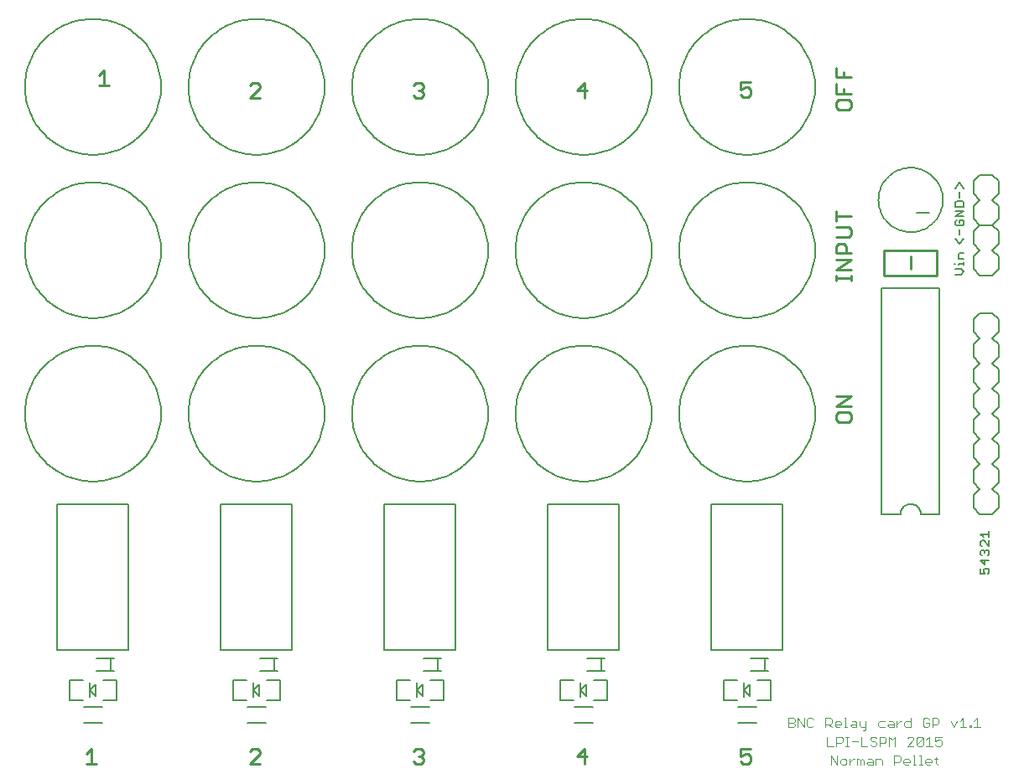
<source format=gto>
G75*
G70*
%OFA0B0*%
%FSLAX24Y24*%
%IPPOS*%
%LPD*%
%AMOC8*
5,1,8,0,0,1.08239X$1,22.5*
%
%ADD10C,0.0110*%
%ADD11C,0.0060*%
%ADD12C,0.0030*%
%ADD13C,0.0080*%
%ADD14C,0.0100*%
%ADD15C,0.0050*%
D10*
X003533Y018855D02*
X003926Y018855D01*
X003730Y018855D02*
X003730Y019446D01*
X003533Y019249D01*
X010033Y019347D02*
X010131Y019446D01*
X010328Y019446D01*
X010426Y019347D01*
X010426Y019249D01*
X010033Y018855D01*
X010426Y018855D01*
X016533Y018953D02*
X016631Y018855D01*
X016828Y018855D01*
X016926Y018953D01*
X016926Y019052D01*
X016828Y019150D01*
X016730Y019150D01*
X016828Y019150D02*
X016926Y019249D01*
X016926Y019347D01*
X016828Y019446D01*
X016631Y019446D01*
X016533Y019347D01*
X023033Y019150D02*
X023426Y019150D01*
X023328Y018855D02*
X023328Y019446D01*
X023033Y019150D01*
X029533Y019150D02*
X029730Y019249D01*
X029828Y019249D01*
X029926Y019150D01*
X029926Y018953D01*
X029828Y018855D01*
X029631Y018855D01*
X029533Y018953D01*
X029533Y019150D02*
X029533Y019446D01*
X029926Y019446D01*
X033453Y032460D02*
X033847Y032460D01*
X033945Y032559D01*
X033945Y032756D01*
X033847Y032854D01*
X033453Y032854D01*
X033354Y032756D01*
X033354Y032559D01*
X033453Y032460D01*
X033354Y033105D02*
X033945Y033499D01*
X033354Y033499D01*
X033354Y033105D02*
X033945Y033105D01*
X033945Y038101D02*
X033945Y038298D01*
X033945Y038199D02*
X033354Y038199D01*
X033354Y038101D02*
X033354Y038298D01*
X033354Y038531D02*
X033945Y038924D01*
X033354Y038924D01*
X033354Y039175D02*
X033354Y039471D01*
X033453Y039569D01*
X033650Y039569D01*
X033748Y039471D01*
X033748Y039175D01*
X033945Y039175D02*
X033354Y039175D01*
X033354Y038531D02*
X033945Y038531D01*
X033847Y039820D02*
X033354Y039820D01*
X033354Y040214D02*
X033847Y040214D01*
X033945Y040115D01*
X033945Y039918D01*
X033847Y039820D01*
X033354Y040464D02*
X033354Y040858D01*
X033354Y040661D02*
X033945Y040661D01*
X033847Y044888D02*
X033453Y044888D01*
X033354Y044987D01*
X033354Y045183D01*
X033453Y045282D01*
X033847Y045282D01*
X033945Y045183D01*
X033945Y044987D01*
X033847Y044888D01*
X033945Y045533D02*
X033354Y045533D01*
X033354Y045926D01*
X033354Y046177D02*
X033354Y046571D01*
X033650Y046374D02*
X033650Y046177D01*
X033945Y046177D02*
X033354Y046177D01*
X033650Y045730D02*
X033650Y045533D01*
X029926Y045503D02*
X029828Y045405D01*
X029631Y045405D01*
X029533Y045503D01*
X029533Y045700D02*
X029730Y045799D01*
X029828Y045799D01*
X029926Y045700D01*
X029926Y045503D01*
X029533Y045700D02*
X029533Y045996D01*
X029926Y045996D01*
X023426Y045650D02*
X023033Y045650D01*
X023328Y045946D01*
X023328Y045355D01*
X016926Y045453D02*
X016828Y045355D01*
X016631Y045355D01*
X016533Y045453D01*
X016730Y045650D02*
X016828Y045650D01*
X016926Y045552D01*
X016926Y045453D01*
X016828Y045650D02*
X016926Y045749D01*
X016926Y045847D01*
X016828Y045946D01*
X016631Y045946D01*
X016533Y045847D01*
X010426Y045847D02*
X010328Y045946D01*
X010131Y045946D01*
X010033Y045847D01*
X010426Y045847D02*
X010426Y045749D01*
X010033Y045355D01*
X010426Y045355D01*
X004426Y045855D02*
X004033Y045855D01*
X004230Y045855D02*
X004230Y046446D01*
X004033Y046249D01*
D11*
X004159Y021115D02*
X003450Y021115D01*
X003450Y020485D02*
X004159Y020485D01*
X009950Y020485D02*
X010659Y020485D01*
X010659Y021115D02*
X009950Y021115D01*
X016450Y021115D02*
X017159Y021115D01*
X017159Y020485D02*
X016450Y020485D01*
X022950Y020485D02*
X023659Y020485D01*
X023659Y021115D02*
X022950Y021115D01*
X029450Y021115D02*
X030159Y021115D01*
X030159Y020485D02*
X029450Y020485D01*
X035150Y028800D02*
X035900Y028800D01*
X035902Y028839D01*
X035908Y028878D01*
X035917Y028916D01*
X035930Y028953D01*
X035947Y028989D01*
X035967Y029022D01*
X035991Y029054D01*
X036017Y029083D01*
X036046Y029109D01*
X036078Y029133D01*
X036111Y029153D01*
X036147Y029170D01*
X036184Y029183D01*
X036222Y029192D01*
X036261Y029198D01*
X036300Y029200D01*
X036339Y029198D01*
X036378Y029192D01*
X036416Y029183D01*
X036453Y029170D01*
X036489Y029153D01*
X036522Y029133D01*
X036554Y029109D01*
X036583Y029083D01*
X036609Y029054D01*
X036633Y029022D01*
X036653Y028989D01*
X036670Y028953D01*
X036683Y028916D01*
X036692Y028878D01*
X036698Y028839D01*
X036700Y028800D01*
X037450Y028800D01*
X037450Y037800D01*
X035150Y037800D01*
X035150Y028800D01*
X039080Y027996D02*
X039193Y027882D01*
X039193Y027741D02*
X039136Y027741D01*
X039080Y027684D01*
X039080Y027571D01*
X039136Y027514D01*
X039136Y027373D02*
X039193Y027373D01*
X039250Y027316D01*
X039307Y027373D01*
X039363Y027373D01*
X039420Y027316D01*
X039420Y027203D01*
X039363Y027146D01*
X039250Y027259D02*
X039250Y027316D01*
X039136Y027373D02*
X039080Y027316D01*
X039080Y027203D01*
X039136Y027146D01*
X039250Y027004D02*
X039250Y026778D01*
X039080Y026948D01*
X039420Y026948D01*
X039363Y026636D02*
X039420Y026579D01*
X039420Y026466D01*
X039363Y026409D01*
X039250Y026409D02*
X039193Y026523D01*
X039193Y026579D01*
X039250Y026636D01*
X039363Y026636D01*
X039250Y026409D02*
X039080Y026409D01*
X039080Y026636D01*
X039420Y027514D02*
X039193Y027741D01*
X039420Y027741D02*
X039420Y027514D01*
X039420Y027882D02*
X039420Y028109D01*
X039420Y027996D02*
X039080Y027996D01*
X038307Y038339D02*
X038080Y038339D01*
X038307Y038339D02*
X038420Y038452D01*
X038307Y038566D01*
X038080Y038566D01*
X038193Y038707D02*
X038193Y038764D01*
X038420Y038764D01*
X038420Y038707D02*
X038420Y038821D01*
X038420Y038953D02*
X038193Y038953D01*
X038193Y039123D01*
X038250Y039180D01*
X038420Y039180D01*
X038250Y039541D02*
X038420Y039768D01*
X038250Y039909D02*
X038250Y040136D01*
X038363Y040278D02*
X038136Y040278D01*
X038080Y040334D01*
X038080Y040448D01*
X038136Y040504D01*
X038250Y040504D02*
X038250Y040391D01*
X038250Y040504D02*
X038363Y040504D01*
X038420Y040448D01*
X038420Y040334D01*
X038363Y040278D01*
X038420Y040646D02*
X038080Y040646D01*
X038420Y040873D01*
X038080Y040873D01*
X038080Y041014D02*
X038080Y041184D01*
X038136Y041241D01*
X038363Y041241D01*
X038420Y041184D01*
X038420Y041014D01*
X038080Y041014D01*
X038250Y041382D02*
X038250Y041609D01*
X038420Y041751D02*
X038250Y041978D01*
X038080Y041751D01*
X038080Y039768D02*
X038250Y039541D01*
X038080Y038764D02*
X038023Y038764D01*
D12*
X038385Y020685D02*
X038385Y020315D01*
X038262Y020315D02*
X038508Y020315D01*
X038630Y020315D02*
X038692Y020315D01*
X038692Y020377D01*
X038630Y020377D01*
X038630Y020315D01*
X038814Y020315D02*
X039061Y020315D01*
X038937Y020315D02*
X038937Y020685D01*
X038814Y020562D01*
X038385Y020685D02*
X038262Y020562D01*
X038140Y020562D02*
X038017Y020315D01*
X037893Y020562D01*
X037403Y020624D02*
X037403Y020500D01*
X037342Y020438D01*
X037157Y020438D01*
X037157Y020315D02*
X037157Y020685D01*
X037342Y020685D01*
X037403Y020624D01*
X037035Y020624D02*
X036973Y020685D01*
X036850Y020685D01*
X036788Y020624D01*
X036788Y020377D01*
X036850Y020315D01*
X036973Y020315D01*
X037035Y020377D01*
X037035Y020500D01*
X036912Y020500D01*
X037034Y019935D02*
X036911Y019812D01*
X036790Y019874D02*
X036543Y019627D01*
X036604Y019565D01*
X036728Y019565D01*
X036790Y019627D01*
X036790Y019874D01*
X036728Y019935D01*
X036604Y019935D01*
X036543Y019874D01*
X036543Y019627D01*
X036421Y019565D02*
X036174Y019565D01*
X036421Y019812D01*
X036421Y019874D01*
X036360Y019935D01*
X036236Y019935D01*
X036174Y019874D01*
X036113Y020315D02*
X036052Y020377D01*
X036052Y020500D01*
X036113Y020562D01*
X036299Y020562D01*
X036299Y020685D02*
X036299Y020315D01*
X036113Y020315D01*
X035930Y020562D02*
X035868Y020562D01*
X035745Y020438D01*
X035623Y020438D02*
X035438Y020438D01*
X035376Y020377D01*
X035438Y020315D01*
X035623Y020315D01*
X035623Y020500D01*
X035562Y020562D01*
X035438Y020562D01*
X035255Y020562D02*
X035070Y020562D01*
X035008Y020500D01*
X035008Y020377D01*
X035070Y020315D01*
X035255Y020315D01*
X035255Y019935D02*
X035316Y019874D01*
X035316Y019750D01*
X035255Y019688D01*
X035069Y019688D01*
X034948Y019688D02*
X034948Y019627D01*
X034886Y019565D01*
X034763Y019565D01*
X034701Y019627D01*
X034580Y019565D02*
X034333Y019565D01*
X034333Y019935D01*
X034211Y019750D02*
X033965Y019750D01*
X033842Y019565D02*
X033719Y019565D01*
X033781Y019565D02*
X033781Y019935D01*
X033842Y019935D02*
X033719Y019935D01*
X033598Y019874D02*
X033598Y019750D01*
X033536Y019688D01*
X033351Y019688D01*
X033351Y019565D02*
X033351Y019935D01*
X033536Y019935D01*
X033598Y019874D01*
X033658Y020315D02*
X033781Y020315D01*
X033719Y020315D02*
X033719Y020685D01*
X033658Y020685D01*
X033474Y020562D02*
X033536Y020500D01*
X033536Y020438D01*
X033289Y020438D01*
X033289Y020377D02*
X033289Y020500D01*
X033351Y020562D01*
X033474Y020562D01*
X033474Y020315D02*
X033351Y020315D01*
X033289Y020377D01*
X033168Y020315D02*
X033044Y020438D01*
X033106Y020438D02*
X032921Y020438D01*
X032921Y020315D02*
X032921Y020685D01*
X033106Y020685D01*
X033168Y020624D01*
X033168Y020500D01*
X033106Y020438D01*
X032982Y019935D02*
X032982Y019565D01*
X033229Y019565D01*
X033136Y019185D02*
X033383Y018815D01*
X033383Y019185D01*
X033566Y019062D02*
X033504Y019000D01*
X033504Y018877D01*
X033566Y018815D01*
X033689Y018815D01*
X033751Y018877D01*
X033751Y019000D01*
X033689Y019062D01*
X033566Y019062D01*
X033872Y019062D02*
X033872Y018815D01*
X033872Y018938D02*
X033996Y019062D01*
X034058Y019062D01*
X034179Y019062D02*
X034241Y019062D01*
X034303Y019000D01*
X034365Y019062D01*
X034426Y019000D01*
X034426Y018815D01*
X034303Y018815D02*
X034303Y019000D01*
X034179Y019062D02*
X034179Y018815D01*
X034548Y018877D02*
X034609Y018938D01*
X034795Y018938D01*
X034795Y019000D02*
X034795Y018815D01*
X034609Y018815D01*
X034548Y018877D01*
X034609Y019062D02*
X034733Y019062D01*
X034795Y019000D01*
X034916Y019062D02*
X035101Y019062D01*
X035163Y019000D01*
X035163Y018815D01*
X034916Y018815D02*
X034916Y019062D01*
X035069Y019565D02*
X035069Y019935D01*
X035255Y019935D01*
X035438Y019935D02*
X035438Y019565D01*
X035685Y019565D02*
X035685Y019935D01*
X035561Y019812D01*
X035438Y019935D01*
X035745Y020315D02*
X035745Y020562D01*
X034948Y019874D02*
X034886Y019935D01*
X034763Y019935D01*
X034701Y019874D01*
X034701Y019812D01*
X034763Y019750D01*
X034886Y019750D01*
X034948Y019688D01*
X035653Y019185D02*
X035838Y019185D01*
X035899Y019124D01*
X035899Y019000D01*
X035838Y018938D01*
X035653Y018938D01*
X035653Y018815D02*
X035653Y019185D01*
X036021Y019000D02*
X036083Y019062D01*
X036206Y019062D01*
X036268Y019000D01*
X036268Y018938D01*
X036021Y018938D01*
X036021Y018877D02*
X036021Y019000D01*
X036021Y018877D02*
X036083Y018815D01*
X036206Y018815D01*
X036389Y018815D02*
X036513Y018815D01*
X036451Y018815D02*
X036451Y019185D01*
X036389Y019185D01*
X036635Y019185D02*
X036697Y019185D01*
X036697Y018815D01*
X036758Y018815D02*
X036635Y018815D01*
X036880Y018877D02*
X036880Y019000D01*
X036942Y019062D01*
X037065Y019062D01*
X037127Y019000D01*
X037127Y018938D01*
X036880Y018938D01*
X036880Y018877D02*
X036942Y018815D01*
X037065Y018815D01*
X037310Y018877D02*
X037372Y018815D01*
X037310Y018877D02*
X037310Y019124D01*
X037249Y019062D02*
X037372Y019062D01*
X037341Y019565D02*
X037279Y019627D01*
X037341Y019565D02*
X037464Y019565D01*
X037526Y019627D01*
X037526Y019750D01*
X037464Y019812D01*
X037403Y019812D01*
X037279Y019750D01*
X037279Y019935D01*
X037526Y019935D01*
X037034Y019935D02*
X037034Y019565D01*
X036911Y019565D02*
X037158Y019565D01*
X034518Y020253D02*
X034457Y020192D01*
X034395Y020192D01*
X034333Y020315D02*
X034518Y020315D01*
X034518Y020253D02*
X034518Y020562D01*
X034271Y020562D02*
X034271Y020377D01*
X034333Y020315D01*
X034150Y020315D02*
X033965Y020315D01*
X033903Y020377D01*
X033965Y020438D01*
X034150Y020438D01*
X034150Y020500D02*
X034150Y020315D01*
X034150Y020500D02*
X034088Y020562D01*
X033965Y020562D01*
X033136Y019185D02*
X033136Y018815D01*
X032369Y020315D02*
X032431Y020377D01*
X032369Y020315D02*
X032246Y020315D01*
X032184Y020377D01*
X032184Y020624D01*
X032246Y020685D01*
X032369Y020685D01*
X032431Y020624D01*
X032063Y020685D02*
X032063Y020315D01*
X031816Y020685D01*
X031816Y020315D01*
X031695Y020377D02*
X031633Y020315D01*
X031448Y020315D01*
X031448Y020685D01*
X031633Y020685D01*
X031695Y020624D01*
X031695Y020562D01*
X031633Y020500D01*
X031448Y020500D01*
X031633Y020500D02*
X031695Y020438D01*
X031695Y020377D01*
D13*
X030745Y021406D02*
X030745Y022194D01*
X030194Y022194D01*
X029918Y022036D02*
X029682Y021800D01*
X029918Y021564D01*
X029918Y022036D01*
X029682Y022076D02*
X029682Y021800D01*
X029682Y021524D01*
X029406Y021406D02*
X028855Y021406D01*
X028855Y022194D01*
X029406Y022194D01*
X029946Y022544D02*
X030497Y022544D01*
X030497Y023056D01*
X029946Y023056D01*
X030497Y023056D02*
X030654Y023056D01*
X030654Y022544D02*
X030497Y022544D01*
X031217Y023398D02*
X028383Y023398D01*
X028383Y029186D01*
X031217Y029186D01*
X031217Y023398D01*
X030745Y021406D02*
X030194Y021406D01*
X024717Y023398D02*
X021883Y023398D01*
X021883Y029186D01*
X024717Y029186D01*
X024717Y023398D01*
X024154Y023056D02*
X023997Y023056D01*
X023997Y022544D01*
X023446Y022544D01*
X023694Y022194D02*
X024245Y022194D01*
X024245Y021406D01*
X023694Y021406D01*
X023418Y021564D02*
X023418Y022036D01*
X023182Y021800D01*
X023418Y021564D01*
X023182Y021524D02*
X023182Y021800D01*
X023182Y022076D01*
X022906Y022194D02*
X022355Y022194D01*
X022355Y021406D01*
X022906Y021406D01*
X023997Y022544D02*
X024154Y022544D01*
X023997Y023056D02*
X023446Y023056D01*
X018217Y023398D02*
X018217Y029186D01*
X015383Y029186D01*
X015383Y023398D01*
X018217Y023398D01*
X017654Y023056D02*
X017497Y023056D01*
X017497Y022544D01*
X016946Y022544D01*
X017194Y022194D02*
X017745Y022194D01*
X017745Y021406D01*
X017194Y021406D01*
X016918Y021564D02*
X016918Y022036D01*
X016682Y021800D01*
X016918Y021564D01*
X016682Y021524D02*
X016682Y021800D01*
X016682Y022076D01*
X016406Y022194D02*
X015855Y022194D01*
X015855Y021406D01*
X016406Y021406D01*
X017497Y022544D02*
X017654Y022544D01*
X017497Y023056D02*
X016946Y023056D01*
X011717Y023398D02*
X011717Y029186D01*
X008883Y029186D01*
X008883Y023398D01*
X011717Y023398D01*
X011154Y023056D02*
X010997Y023056D01*
X010997Y022544D01*
X010446Y022544D01*
X010694Y022194D02*
X011245Y022194D01*
X011245Y021406D01*
X010694Y021406D01*
X010418Y021564D02*
X010418Y022036D01*
X010182Y021800D01*
X010418Y021564D01*
X010182Y021524D02*
X010182Y021800D01*
X010182Y022076D01*
X009906Y022194D02*
X009355Y022194D01*
X009355Y021406D01*
X009906Y021406D01*
X010997Y022544D02*
X011154Y022544D01*
X010997Y023056D02*
X010446Y023056D01*
X005217Y023398D02*
X005217Y029186D01*
X002383Y029186D01*
X002383Y023398D01*
X005217Y023398D01*
X004654Y023056D02*
X004497Y023056D01*
X004497Y022544D01*
X003946Y022544D01*
X004194Y022194D02*
X004745Y022194D01*
X004745Y021406D01*
X004194Y021406D01*
X003918Y021564D02*
X003918Y022036D01*
X003682Y021800D01*
X003918Y021564D01*
X003682Y021524D02*
X003682Y021800D01*
X003682Y022076D01*
X003406Y022194D02*
X002855Y022194D01*
X002855Y021406D01*
X003406Y021406D01*
X004497Y022544D02*
X004654Y022544D01*
X004497Y023056D02*
X003946Y023056D01*
X036550Y040800D02*
X037050Y040800D01*
X035020Y041300D02*
X035022Y041371D01*
X035028Y041442D01*
X035038Y041513D01*
X035052Y041582D01*
X035069Y041651D01*
X035091Y041719D01*
X035116Y041786D01*
X035145Y041851D01*
X035177Y041914D01*
X035213Y041976D01*
X035252Y042035D01*
X035295Y042092D01*
X035340Y042147D01*
X035389Y042199D01*
X035440Y042248D01*
X035494Y042294D01*
X035551Y042338D01*
X035609Y042378D01*
X035670Y042414D01*
X035733Y042448D01*
X035798Y042477D01*
X035864Y042503D01*
X035932Y042526D01*
X036000Y042544D01*
X036070Y042559D01*
X036140Y042570D01*
X036211Y042577D01*
X036282Y042580D01*
X036353Y042579D01*
X036424Y042574D01*
X036495Y042565D01*
X036565Y042552D01*
X036634Y042536D01*
X036702Y042515D01*
X036769Y042491D01*
X036835Y042463D01*
X036898Y042431D01*
X036960Y042396D01*
X037020Y042358D01*
X037078Y042316D01*
X037133Y042272D01*
X037186Y042224D01*
X037236Y042173D01*
X037283Y042120D01*
X037327Y042064D01*
X037368Y042006D01*
X037406Y041945D01*
X037440Y041883D01*
X037470Y041818D01*
X037497Y041753D01*
X037521Y041685D01*
X037540Y041617D01*
X037556Y041548D01*
X037568Y041477D01*
X037576Y041407D01*
X037580Y041336D01*
X037580Y041264D01*
X037576Y041193D01*
X037568Y041123D01*
X037556Y041052D01*
X037540Y040983D01*
X037521Y040915D01*
X037497Y040847D01*
X037470Y040782D01*
X037440Y040717D01*
X037406Y040655D01*
X037368Y040594D01*
X037327Y040536D01*
X037283Y040480D01*
X037236Y040427D01*
X037186Y040376D01*
X037133Y040328D01*
X037078Y040284D01*
X037020Y040242D01*
X036960Y040204D01*
X036898Y040169D01*
X036835Y040137D01*
X036769Y040109D01*
X036702Y040085D01*
X036634Y040064D01*
X036565Y040048D01*
X036495Y040035D01*
X036424Y040026D01*
X036353Y040021D01*
X036282Y040020D01*
X036211Y040023D01*
X036140Y040030D01*
X036070Y040041D01*
X036000Y040056D01*
X035932Y040074D01*
X035864Y040097D01*
X035798Y040123D01*
X035733Y040152D01*
X035670Y040186D01*
X035609Y040222D01*
X035551Y040262D01*
X035494Y040306D01*
X035440Y040352D01*
X035389Y040401D01*
X035340Y040453D01*
X035295Y040508D01*
X035252Y040565D01*
X035213Y040624D01*
X035177Y040686D01*
X035145Y040749D01*
X035116Y040814D01*
X035091Y040881D01*
X035069Y040949D01*
X035052Y041018D01*
X035038Y041087D01*
X035028Y041158D01*
X035022Y041229D01*
X035020Y041300D01*
X038800Y041050D02*
X038800Y040550D01*
X039050Y040300D01*
X039550Y040300D01*
X039800Y040550D01*
X039800Y041050D01*
X039550Y041300D01*
X039800Y041550D01*
X039800Y042050D01*
X039550Y042300D01*
X039050Y042300D01*
X038800Y042050D01*
X038800Y041550D01*
X039050Y041300D01*
X038800Y041050D01*
X039050Y040300D02*
X038800Y040050D01*
X038800Y039550D01*
X039050Y039300D01*
X038800Y039050D01*
X038800Y038550D01*
X039050Y038300D01*
X039550Y038300D01*
X039800Y038550D01*
X039800Y039050D01*
X039550Y039300D01*
X039800Y039550D01*
X039800Y040050D01*
X039550Y040300D01*
X039050Y040300D01*
X039050Y036800D02*
X039550Y036800D01*
X039800Y036550D01*
X039800Y036050D01*
X039550Y035800D01*
X039800Y035550D01*
X039800Y035050D01*
X039550Y034800D01*
X039800Y034550D01*
X039800Y034050D01*
X039550Y033800D01*
X039800Y033550D01*
X039800Y033050D01*
X039550Y032800D01*
X039800Y032550D01*
X039800Y032050D01*
X039550Y031800D01*
X039800Y031550D01*
X039800Y031050D01*
X039550Y030800D01*
X039800Y030550D01*
X039800Y030050D01*
X039550Y029800D01*
X039800Y029550D01*
X039800Y029050D01*
X039550Y028800D01*
X039050Y028800D01*
X038800Y029050D01*
X038800Y029550D01*
X039050Y029800D01*
X038800Y030050D01*
X038800Y030550D01*
X039050Y030800D01*
X038800Y031050D01*
X038800Y031550D01*
X039050Y031800D01*
X038800Y032050D01*
X038800Y032550D01*
X039050Y032800D01*
X038800Y033050D01*
X038800Y033550D01*
X039050Y033800D01*
X038800Y034050D01*
X038800Y034550D01*
X039050Y034800D01*
X038800Y035050D01*
X038800Y035550D01*
X039050Y035800D01*
X038800Y036050D01*
X038800Y036550D01*
X039050Y036800D01*
D14*
X037350Y038300D02*
X037350Y039300D01*
X035250Y039300D01*
X035250Y038300D01*
X037350Y038300D01*
X036300Y038550D02*
X036300Y039050D01*
D15*
X027099Y039300D02*
X027102Y039433D01*
X027112Y039565D01*
X027128Y039696D01*
X027151Y039827D01*
X027180Y039956D01*
X027215Y040084D01*
X027257Y040210D01*
X027305Y040334D01*
X027358Y040455D01*
X027418Y040573D01*
X027483Y040689D01*
X027554Y040801D01*
X027631Y040909D01*
X027712Y041013D01*
X027799Y041114D01*
X027890Y041210D01*
X027986Y041301D01*
X028087Y041388D01*
X028191Y041469D01*
X028299Y041546D01*
X028411Y041617D01*
X028527Y041682D01*
X028645Y041742D01*
X028766Y041795D01*
X028890Y041843D01*
X029016Y041885D01*
X029144Y041920D01*
X029273Y041949D01*
X029404Y041972D01*
X029535Y041988D01*
X029667Y041998D01*
X029800Y042001D01*
X029933Y041998D01*
X030065Y041988D01*
X030196Y041972D01*
X030327Y041949D01*
X030456Y041920D01*
X030584Y041885D01*
X030710Y041843D01*
X030834Y041795D01*
X030955Y041742D01*
X031073Y041682D01*
X031189Y041617D01*
X031301Y041546D01*
X031409Y041469D01*
X031513Y041388D01*
X031614Y041301D01*
X031710Y041210D01*
X031801Y041114D01*
X031888Y041013D01*
X031969Y040909D01*
X032046Y040801D01*
X032117Y040689D01*
X032182Y040573D01*
X032242Y040455D01*
X032295Y040334D01*
X032343Y040210D01*
X032385Y040084D01*
X032420Y039956D01*
X032449Y039827D01*
X032472Y039696D01*
X032488Y039565D01*
X032498Y039433D01*
X032501Y039300D01*
X032498Y039167D01*
X032488Y039035D01*
X032472Y038904D01*
X032449Y038773D01*
X032420Y038644D01*
X032385Y038516D01*
X032343Y038390D01*
X032295Y038266D01*
X032242Y038145D01*
X032182Y038027D01*
X032117Y037911D01*
X032046Y037799D01*
X031969Y037691D01*
X031888Y037587D01*
X031801Y037486D01*
X031710Y037390D01*
X031614Y037299D01*
X031513Y037212D01*
X031409Y037131D01*
X031301Y037054D01*
X031189Y036983D01*
X031073Y036918D01*
X030955Y036858D01*
X030834Y036805D01*
X030710Y036757D01*
X030584Y036715D01*
X030456Y036680D01*
X030327Y036651D01*
X030196Y036628D01*
X030065Y036612D01*
X029933Y036602D01*
X029800Y036599D01*
X029667Y036602D01*
X029535Y036612D01*
X029404Y036628D01*
X029273Y036651D01*
X029144Y036680D01*
X029016Y036715D01*
X028890Y036757D01*
X028766Y036805D01*
X028645Y036858D01*
X028527Y036918D01*
X028411Y036983D01*
X028299Y037054D01*
X028191Y037131D01*
X028087Y037212D01*
X027986Y037299D01*
X027890Y037390D01*
X027799Y037486D01*
X027712Y037587D01*
X027631Y037691D01*
X027554Y037799D01*
X027483Y037911D01*
X027418Y038027D01*
X027358Y038145D01*
X027305Y038266D01*
X027257Y038390D01*
X027215Y038516D01*
X027180Y038644D01*
X027151Y038773D01*
X027128Y038904D01*
X027112Y039035D01*
X027102Y039167D01*
X027099Y039300D01*
X020599Y039300D02*
X020602Y039433D01*
X020612Y039565D01*
X020628Y039696D01*
X020651Y039827D01*
X020680Y039956D01*
X020715Y040084D01*
X020757Y040210D01*
X020805Y040334D01*
X020858Y040455D01*
X020918Y040573D01*
X020983Y040689D01*
X021054Y040801D01*
X021131Y040909D01*
X021212Y041013D01*
X021299Y041114D01*
X021390Y041210D01*
X021486Y041301D01*
X021587Y041388D01*
X021691Y041469D01*
X021799Y041546D01*
X021911Y041617D01*
X022027Y041682D01*
X022145Y041742D01*
X022266Y041795D01*
X022390Y041843D01*
X022516Y041885D01*
X022644Y041920D01*
X022773Y041949D01*
X022904Y041972D01*
X023035Y041988D01*
X023167Y041998D01*
X023300Y042001D01*
X023433Y041998D01*
X023565Y041988D01*
X023696Y041972D01*
X023827Y041949D01*
X023956Y041920D01*
X024084Y041885D01*
X024210Y041843D01*
X024334Y041795D01*
X024455Y041742D01*
X024573Y041682D01*
X024689Y041617D01*
X024801Y041546D01*
X024909Y041469D01*
X025013Y041388D01*
X025114Y041301D01*
X025210Y041210D01*
X025301Y041114D01*
X025388Y041013D01*
X025469Y040909D01*
X025546Y040801D01*
X025617Y040689D01*
X025682Y040573D01*
X025742Y040455D01*
X025795Y040334D01*
X025843Y040210D01*
X025885Y040084D01*
X025920Y039956D01*
X025949Y039827D01*
X025972Y039696D01*
X025988Y039565D01*
X025998Y039433D01*
X026001Y039300D01*
X025998Y039167D01*
X025988Y039035D01*
X025972Y038904D01*
X025949Y038773D01*
X025920Y038644D01*
X025885Y038516D01*
X025843Y038390D01*
X025795Y038266D01*
X025742Y038145D01*
X025682Y038027D01*
X025617Y037911D01*
X025546Y037799D01*
X025469Y037691D01*
X025388Y037587D01*
X025301Y037486D01*
X025210Y037390D01*
X025114Y037299D01*
X025013Y037212D01*
X024909Y037131D01*
X024801Y037054D01*
X024689Y036983D01*
X024573Y036918D01*
X024455Y036858D01*
X024334Y036805D01*
X024210Y036757D01*
X024084Y036715D01*
X023956Y036680D01*
X023827Y036651D01*
X023696Y036628D01*
X023565Y036612D01*
X023433Y036602D01*
X023300Y036599D01*
X023167Y036602D01*
X023035Y036612D01*
X022904Y036628D01*
X022773Y036651D01*
X022644Y036680D01*
X022516Y036715D01*
X022390Y036757D01*
X022266Y036805D01*
X022145Y036858D01*
X022027Y036918D01*
X021911Y036983D01*
X021799Y037054D01*
X021691Y037131D01*
X021587Y037212D01*
X021486Y037299D01*
X021390Y037390D01*
X021299Y037486D01*
X021212Y037587D01*
X021131Y037691D01*
X021054Y037799D01*
X020983Y037911D01*
X020918Y038027D01*
X020858Y038145D01*
X020805Y038266D01*
X020757Y038390D01*
X020715Y038516D01*
X020680Y038644D01*
X020651Y038773D01*
X020628Y038904D01*
X020612Y039035D01*
X020602Y039167D01*
X020599Y039300D01*
X014099Y039300D02*
X014102Y039433D01*
X014112Y039565D01*
X014128Y039696D01*
X014151Y039827D01*
X014180Y039956D01*
X014215Y040084D01*
X014257Y040210D01*
X014305Y040334D01*
X014358Y040455D01*
X014418Y040573D01*
X014483Y040689D01*
X014554Y040801D01*
X014631Y040909D01*
X014712Y041013D01*
X014799Y041114D01*
X014890Y041210D01*
X014986Y041301D01*
X015087Y041388D01*
X015191Y041469D01*
X015299Y041546D01*
X015411Y041617D01*
X015527Y041682D01*
X015645Y041742D01*
X015766Y041795D01*
X015890Y041843D01*
X016016Y041885D01*
X016144Y041920D01*
X016273Y041949D01*
X016404Y041972D01*
X016535Y041988D01*
X016667Y041998D01*
X016800Y042001D01*
X016933Y041998D01*
X017065Y041988D01*
X017196Y041972D01*
X017327Y041949D01*
X017456Y041920D01*
X017584Y041885D01*
X017710Y041843D01*
X017834Y041795D01*
X017955Y041742D01*
X018073Y041682D01*
X018189Y041617D01*
X018301Y041546D01*
X018409Y041469D01*
X018513Y041388D01*
X018614Y041301D01*
X018710Y041210D01*
X018801Y041114D01*
X018888Y041013D01*
X018969Y040909D01*
X019046Y040801D01*
X019117Y040689D01*
X019182Y040573D01*
X019242Y040455D01*
X019295Y040334D01*
X019343Y040210D01*
X019385Y040084D01*
X019420Y039956D01*
X019449Y039827D01*
X019472Y039696D01*
X019488Y039565D01*
X019498Y039433D01*
X019501Y039300D01*
X019498Y039167D01*
X019488Y039035D01*
X019472Y038904D01*
X019449Y038773D01*
X019420Y038644D01*
X019385Y038516D01*
X019343Y038390D01*
X019295Y038266D01*
X019242Y038145D01*
X019182Y038027D01*
X019117Y037911D01*
X019046Y037799D01*
X018969Y037691D01*
X018888Y037587D01*
X018801Y037486D01*
X018710Y037390D01*
X018614Y037299D01*
X018513Y037212D01*
X018409Y037131D01*
X018301Y037054D01*
X018189Y036983D01*
X018073Y036918D01*
X017955Y036858D01*
X017834Y036805D01*
X017710Y036757D01*
X017584Y036715D01*
X017456Y036680D01*
X017327Y036651D01*
X017196Y036628D01*
X017065Y036612D01*
X016933Y036602D01*
X016800Y036599D01*
X016667Y036602D01*
X016535Y036612D01*
X016404Y036628D01*
X016273Y036651D01*
X016144Y036680D01*
X016016Y036715D01*
X015890Y036757D01*
X015766Y036805D01*
X015645Y036858D01*
X015527Y036918D01*
X015411Y036983D01*
X015299Y037054D01*
X015191Y037131D01*
X015087Y037212D01*
X014986Y037299D01*
X014890Y037390D01*
X014799Y037486D01*
X014712Y037587D01*
X014631Y037691D01*
X014554Y037799D01*
X014483Y037911D01*
X014418Y038027D01*
X014358Y038145D01*
X014305Y038266D01*
X014257Y038390D01*
X014215Y038516D01*
X014180Y038644D01*
X014151Y038773D01*
X014128Y038904D01*
X014112Y039035D01*
X014102Y039167D01*
X014099Y039300D01*
X007599Y039300D02*
X007602Y039433D01*
X007612Y039565D01*
X007628Y039696D01*
X007651Y039827D01*
X007680Y039956D01*
X007715Y040084D01*
X007757Y040210D01*
X007805Y040334D01*
X007858Y040455D01*
X007918Y040573D01*
X007983Y040689D01*
X008054Y040801D01*
X008131Y040909D01*
X008212Y041013D01*
X008299Y041114D01*
X008390Y041210D01*
X008486Y041301D01*
X008587Y041388D01*
X008691Y041469D01*
X008799Y041546D01*
X008911Y041617D01*
X009027Y041682D01*
X009145Y041742D01*
X009266Y041795D01*
X009390Y041843D01*
X009516Y041885D01*
X009644Y041920D01*
X009773Y041949D01*
X009904Y041972D01*
X010035Y041988D01*
X010167Y041998D01*
X010300Y042001D01*
X010433Y041998D01*
X010565Y041988D01*
X010696Y041972D01*
X010827Y041949D01*
X010956Y041920D01*
X011084Y041885D01*
X011210Y041843D01*
X011334Y041795D01*
X011455Y041742D01*
X011573Y041682D01*
X011689Y041617D01*
X011801Y041546D01*
X011909Y041469D01*
X012013Y041388D01*
X012114Y041301D01*
X012210Y041210D01*
X012301Y041114D01*
X012388Y041013D01*
X012469Y040909D01*
X012546Y040801D01*
X012617Y040689D01*
X012682Y040573D01*
X012742Y040455D01*
X012795Y040334D01*
X012843Y040210D01*
X012885Y040084D01*
X012920Y039956D01*
X012949Y039827D01*
X012972Y039696D01*
X012988Y039565D01*
X012998Y039433D01*
X013001Y039300D01*
X012998Y039167D01*
X012988Y039035D01*
X012972Y038904D01*
X012949Y038773D01*
X012920Y038644D01*
X012885Y038516D01*
X012843Y038390D01*
X012795Y038266D01*
X012742Y038145D01*
X012682Y038027D01*
X012617Y037911D01*
X012546Y037799D01*
X012469Y037691D01*
X012388Y037587D01*
X012301Y037486D01*
X012210Y037390D01*
X012114Y037299D01*
X012013Y037212D01*
X011909Y037131D01*
X011801Y037054D01*
X011689Y036983D01*
X011573Y036918D01*
X011455Y036858D01*
X011334Y036805D01*
X011210Y036757D01*
X011084Y036715D01*
X010956Y036680D01*
X010827Y036651D01*
X010696Y036628D01*
X010565Y036612D01*
X010433Y036602D01*
X010300Y036599D01*
X010167Y036602D01*
X010035Y036612D01*
X009904Y036628D01*
X009773Y036651D01*
X009644Y036680D01*
X009516Y036715D01*
X009390Y036757D01*
X009266Y036805D01*
X009145Y036858D01*
X009027Y036918D01*
X008911Y036983D01*
X008799Y037054D01*
X008691Y037131D01*
X008587Y037212D01*
X008486Y037299D01*
X008390Y037390D01*
X008299Y037486D01*
X008212Y037587D01*
X008131Y037691D01*
X008054Y037799D01*
X007983Y037911D01*
X007918Y038027D01*
X007858Y038145D01*
X007805Y038266D01*
X007757Y038390D01*
X007715Y038516D01*
X007680Y038644D01*
X007651Y038773D01*
X007628Y038904D01*
X007612Y039035D01*
X007602Y039167D01*
X007599Y039300D01*
X001099Y039300D02*
X001102Y039433D01*
X001112Y039565D01*
X001128Y039696D01*
X001151Y039827D01*
X001180Y039956D01*
X001215Y040084D01*
X001257Y040210D01*
X001305Y040334D01*
X001358Y040455D01*
X001418Y040573D01*
X001483Y040689D01*
X001554Y040801D01*
X001631Y040909D01*
X001712Y041013D01*
X001799Y041114D01*
X001890Y041210D01*
X001986Y041301D01*
X002087Y041388D01*
X002191Y041469D01*
X002299Y041546D01*
X002411Y041617D01*
X002527Y041682D01*
X002645Y041742D01*
X002766Y041795D01*
X002890Y041843D01*
X003016Y041885D01*
X003144Y041920D01*
X003273Y041949D01*
X003404Y041972D01*
X003535Y041988D01*
X003667Y041998D01*
X003800Y042001D01*
X003933Y041998D01*
X004065Y041988D01*
X004196Y041972D01*
X004327Y041949D01*
X004456Y041920D01*
X004584Y041885D01*
X004710Y041843D01*
X004834Y041795D01*
X004955Y041742D01*
X005073Y041682D01*
X005189Y041617D01*
X005301Y041546D01*
X005409Y041469D01*
X005513Y041388D01*
X005614Y041301D01*
X005710Y041210D01*
X005801Y041114D01*
X005888Y041013D01*
X005969Y040909D01*
X006046Y040801D01*
X006117Y040689D01*
X006182Y040573D01*
X006242Y040455D01*
X006295Y040334D01*
X006343Y040210D01*
X006385Y040084D01*
X006420Y039956D01*
X006449Y039827D01*
X006472Y039696D01*
X006488Y039565D01*
X006498Y039433D01*
X006501Y039300D01*
X006498Y039167D01*
X006488Y039035D01*
X006472Y038904D01*
X006449Y038773D01*
X006420Y038644D01*
X006385Y038516D01*
X006343Y038390D01*
X006295Y038266D01*
X006242Y038145D01*
X006182Y038027D01*
X006117Y037911D01*
X006046Y037799D01*
X005969Y037691D01*
X005888Y037587D01*
X005801Y037486D01*
X005710Y037390D01*
X005614Y037299D01*
X005513Y037212D01*
X005409Y037131D01*
X005301Y037054D01*
X005189Y036983D01*
X005073Y036918D01*
X004955Y036858D01*
X004834Y036805D01*
X004710Y036757D01*
X004584Y036715D01*
X004456Y036680D01*
X004327Y036651D01*
X004196Y036628D01*
X004065Y036612D01*
X003933Y036602D01*
X003800Y036599D01*
X003667Y036602D01*
X003535Y036612D01*
X003404Y036628D01*
X003273Y036651D01*
X003144Y036680D01*
X003016Y036715D01*
X002890Y036757D01*
X002766Y036805D01*
X002645Y036858D01*
X002527Y036918D01*
X002411Y036983D01*
X002299Y037054D01*
X002191Y037131D01*
X002087Y037212D01*
X001986Y037299D01*
X001890Y037390D01*
X001799Y037486D01*
X001712Y037587D01*
X001631Y037691D01*
X001554Y037799D01*
X001483Y037911D01*
X001418Y038027D01*
X001358Y038145D01*
X001305Y038266D01*
X001257Y038390D01*
X001215Y038516D01*
X001180Y038644D01*
X001151Y038773D01*
X001128Y038904D01*
X001112Y039035D01*
X001102Y039167D01*
X001099Y039300D01*
X001099Y045800D02*
X001102Y045933D01*
X001112Y046065D01*
X001128Y046196D01*
X001151Y046327D01*
X001180Y046456D01*
X001215Y046584D01*
X001257Y046710D01*
X001305Y046834D01*
X001358Y046955D01*
X001418Y047073D01*
X001483Y047189D01*
X001554Y047301D01*
X001631Y047409D01*
X001712Y047513D01*
X001799Y047614D01*
X001890Y047710D01*
X001986Y047801D01*
X002087Y047888D01*
X002191Y047969D01*
X002299Y048046D01*
X002411Y048117D01*
X002527Y048182D01*
X002645Y048242D01*
X002766Y048295D01*
X002890Y048343D01*
X003016Y048385D01*
X003144Y048420D01*
X003273Y048449D01*
X003404Y048472D01*
X003535Y048488D01*
X003667Y048498D01*
X003800Y048501D01*
X003933Y048498D01*
X004065Y048488D01*
X004196Y048472D01*
X004327Y048449D01*
X004456Y048420D01*
X004584Y048385D01*
X004710Y048343D01*
X004834Y048295D01*
X004955Y048242D01*
X005073Y048182D01*
X005189Y048117D01*
X005301Y048046D01*
X005409Y047969D01*
X005513Y047888D01*
X005614Y047801D01*
X005710Y047710D01*
X005801Y047614D01*
X005888Y047513D01*
X005969Y047409D01*
X006046Y047301D01*
X006117Y047189D01*
X006182Y047073D01*
X006242Y046955D01*
X006295Y046834D01*
X006343Y046710D01*
X006385Y046584D01*
X006420Y046456D01*
X006449Y046327D01*
X006472Y046196D01*
X006488Y046065D01*
X006498Y045933D01*
X006501Y045800D01*
X006498Y045667D01*
X006488Y045535D01*
X006472Y045404D01*
X006449Y045273D01*
X006420Y045144D01*
X006385Y045016D01*
X006343Y044890D01*
X006295Y044766D01*
X006242Y044645D01*
X006182Y044527D01*
X006117Y044411D01*
X006046Y044299D01*
X005969Y044191D01*
X005888Y044087D01*
X005801Y043986D01*
X005710Y043890D01*
X005614Y043799D01*
X005513Y043712D01*
X005409Y043631D01*
X005301Y043554D01*
X005189Y043483D01*
X005073Y043418D01*
X004955Y043358D01*
X004834Y043305D01*
X004710Y043257D01*
X004584Y043215D01*
X004456Y043180D01*
X004327Y043151D01*
X004196Y043128D01*
X004065Y043112D01*
X003933Y043102D01*
X003800Y043099D01*
X003667Y043102D01*
X003535Y043112D01*
X003404Y043128D01*
X003273Y043151D01*
X003144Y043180D01*
X003016Y043215D01*
X002890Y043257D01*
X002766Y043305D01*
X002645Y043358D01*
X002527Y043418D01*
X002411Y043483D01*
X002299Y043554D01*
X002191Y043631D01*
X002087Y043712D01*
X001986Y043799D01*
X001890Y043890D01*
X001799Y043986D01*
X001712Y044087D01*
X001631Y044191D01*
X001554Y044299D01*
X001483Y044411D01*
X001418Y044527D01*
X001358Y044645D01*
X001305Y044766D01*
X001257Y044890D01*
X001215Y045016D01*
X001180Y045144D01*
X001151Y045273D01*
X001128Y045404D01*
X001112Y045535D01*
X001102Y045667D01*
X001099Y045800D01*
X007599Y045800D02*
X007602Y045933D01*
X007612Y046065D01*
X007628Y046196D01*
X007651Y046327D01*
X007680Y046456D01*
X007715Y046584D01*
X007757Y046710D01*
X007805Y046834D01*
X007858Y046955D01*
X007918Y047073D01*
X007983Y047189D01*
X008054Y047301D01*
X008131Y047409D01*
X008212Y047513D01*
X008299Y047614D01*
X008390Y047710D01*
X008486Y047801D01*
X008587Y047888D01*
X008691Y047969D01*
X008799Y048046D01*
X008911Y048117D01*
X009027Y048182D01*
X009145Y048242D01*
X009266Y048295D01*
X009390Y048343D01*
X009516Y048385D01*
X009644Y048420D01*
X009773Y048449D01*
X009904Y048472D01*
X010035Y048488D01*
X010167Y048498D01*
X010300Y048501D01*
X010433Y048498D01*
X010565Y048488D01*
X010696Y048472D01*
X010827Y048449D01*
X010956Y048420D01*
X011084Y048385D01*
X011210Y048343D01*
X011334Y048295D01*
X011455Y048242D01*
X011573Y048182D01*
X011689Y048117D01*
X011801Y048046D01*
X011909Y047969D01*
X012013Y047888D01*
X012114Y047801D01*
X012210Y047710D01*
X012301Y047614D01*
X012388Y047513D01*
X012469Y047409D01*
X012546Y047301D01*
X012617Y047189D01*
X012682Y047073D01*
X012742Y046955D01*
X012795Y046834D01*
X012843Y046710D01*
X012885Y046584D01*
X012920Y046456D01*
X012949Y046327D01*
X012972Y046196D01*
X012988Y046065D01*
X012998Y045933D01*
X013001Y045800D01*
X012998Y045667D01*
X012988Y045535D01*
X012972Y045404D01*
X012949Y045273D01*
X012920Y045144D01*
X012885Y045016D01*
X012843Y044890D01*
X012795Y044766D01*
X012742Y044645D01*
X012682Y044527D01*
X012617Y044411D01*
X012546Y044299D01*
X012469Y044191D01*
X012388Y044087D01*
X012301Y043986D01*
X012210Y043890D01*
X012114Y043799D01*
X012013Y043712D01*
X011909Y043631D01*
X011801Y043554D01*
X011689Y043483D01*
X011573Y043418D01*
X011455Y043358D01*
X011334Y043305D01*
X011210Y043257D01*
X011084Y043215D01*
X010956Y043180D01*
X010827Y043151D01*
X010696Y043128D01*
X010565Y043112D01*
X010433Y043102D01*
X010300Y043099D01*
X010167Y043102D01*
X010035Y043112D01*
X009904Y043128D01*
X009773Y043151D01*
X009644Y043180D01*
X009516Y043215D01*
X009390Y043257D01*
X009266Y043305D01*
X009145Y043358D01*
X009027Y043418D01*
X008911Y043483D01*
X008799Y043554D01*
X008691Y043631D01*
X008587Y043712D01*
X008486Y043799D01*
X008390Y043890D01*
X008299Y043986D01*
X008212Y044087D01*
X008131Y044191D01*
X008054Y044299D01*
X007983Y044411D01*
X007918Y044527D01*
X007858Y044645D01*
X007805Y044766D01*
X007757Y044890D01*
X007715Y045016D01*
X007680Y045144D01*
X007651Y045273D01*
X007628Y045404D01*
X007612Y045535D01*
X007602Y045667D01*
X007599Y045800D01*
X014099Y045800D02*
X014102Y045933D01*
X014112Y046065D01*
X014128Y046196D01*
X014151Y046327D01*
X014180Y046456D01*
X014215Y046584D01*
X014257Y046710D01*
X014305Y046834D01*
X014358Y046955D01*
X014418Y047073D01*
X014483Y047189D01*
X014554Y047301D01*
X014631Y047409D01*
X014712Y047513D01*
X014799Y047614D01*
X014890Y047710D01*
X014986Y047801D01*
X015087Y047888D01*
X015191Y047969D01*
X015299Y048046D01*
X015411Y048117D01*
X015527Y048182D01*
X015645Y048242D01*
X015766Y048295D01*
X015890Y048343D01*
X016016Y048385D01*
X016144Y048420D01*
X016273Y048449D01*
X016404Y048472D01*
X016535Y048488D01*
X016667Y048498D01*
X016800Y048501D01*
X016933Y048498D01*
X017065Y048488D01*
X017196Y048472D01*
X017327Y048449D01*
X017456Y048420D01*
X017584Y048385D01*
X017710Y048343D01*
X017834Y048295D01*
X017955Y048242D01*
X018073Y048182D01*
X018189Y048117D01*
X018301Y048046D01*
X018409Y047969D01*
X018513Y047888D01*
X018614Y047801D01*
X018710Y047710D01*
X018801Y047614D01*
X018888Y047513D01*
X018969Y047409D01*
X019046Y047301D01*
X019117Y047189D01*
X019182Y047073D01*
X019242Y046955D01*
X019295Y046834D01*
X019343Y046710D01*
X019385Y046584D01*
X019420Y046456D01*
X019449Y046327D01*
X019472Y046196D01*
X019488Y046065D01*
X019498Y045933D01*
X019501Y045800D01*
X019498Y045667D01*
X019488Y045535D01*
X019472Y045404D01*
X019449Y045273D01*
X019420Y045144D01*
X019385Y045016D01*
X019343Y044890D01*
X019295Y044766D01*
X019242Y044645D01*
X019182Y044527D01*
X019117Y044411D01*
X019046Y044299D01*
X018969Y044191D01*
X018888Y044087D01*
X018801Y043986D01*
X018710Y043890D01*
X018614Y043799D01*
X018513Y043712D01*
X018409Y043631D01*
X018301Y043554D01*
X018189Y043483D01*
X018073Y043418D01*
X017955Y043358D01*
X017834Y043305D01*
X017710Y043257D01*
X017584Y043215D01*
X017456Y043180D01*
X017327Y043151D01*
X017196Y043128D01*
X017065Y043112D01*
X016933Y043102D01*
X016800Y043099D01*
X016667Y043102D01*
X016535Y043112D01*
X016404Y043128D01*
X016273Y043151D01*
X016144Y043180D01*
X016016Y043215D01*
X015890Y043257D01*
X015766Y043305D01*
X015645Y043358D01*
X015527Y043418D01*
X015411Y043483D01*
X015299Y043554D01*
X015191Y043631D01*
X015087Y043712D01*
X014986Y043799D01*
X014890Y043890D01*
X014799Y043986D01*
X014712Y044087D01*
X014631Y044191D01*
X014554Y044299D01*
X014483Y044411D01*
X014418Y044527D01*
X014358Y044645D01*
X014305Y044766D01*
X014257Y044890D01*
X014215Y045016D01*
X014180Y045144D01*
X014151Y045273D01*
X014128Y045404D01*
X014112Y045535D01*
X014102Y045667D01*
X014099Y045800D01*
X020599Y045800D02*
X020602Y045933D01*
X020612Y046065D01*
X020628Y046196D01*
X020651Y046327D01*
X020680Y046456D01*
X020715Y046584D01*
X020757Y046710D01*
X020805Y046834D01*
X020858Y046955D01*
X020918Y047073D01*
X020983Y047189D01*
X021054Y047301D01*
X021131Y047409D01*
X021212Y047513D01*
X021299Y047614D01*
X021390Y047710D01*
X021486Y047801D01*
X021587Y047888D01*
X021691Y047969D01*
X021799Y048046D01*
X021911Y048117D01*
X022027Y048182D01*
X022145Y048242D01*
X022266Y048295D01*
X022390Y048343D01*
X022516Y048385D01*
X022644Y048420D01*
X022773Y048449D01*
X022904Y048472D01*
X023035Y048488D01*
X023167Y048498D01*
X023300Y048501D01*
X023433Y048498D01*
X023565Y048488D01*
X023696Y048472D01*
X023827Y048449D01*
X023956Y048420D01*
X024084Y048385D01*
X024210Y048343D01*
X024334Y048295D01*
X024455Y048242D01*
X024573Y048182D01*
X024689Y048117D01*
X024801Y048046D01*
X024909Y047969D01*
X025013Y047888D01*
X025114Y047801D01*
X025210Y047710D01*
X025301Y047614D01*
X025388Y047513D01*
X025469Y047409D01*
X025546Y047301D01*
X025617Y047189D01*
X025682Y047073D01*
X025742Y046955D01*
X025795Y046834D01*
X025843Y046710D01*
X025885Y046584D01*
X025920Y046456D01*
X025949Y046327D01*
X025972Y046196D01*
X025988Y046065D01*
X025998Y045933D01*
X026001Y045800D01*
X025998Y045667D01*
X025988Y045535D01*
X025972Y045404D01*
X025949Y045273D01*
X025920Y045144D01*
X025885Y045016D01*
X025843Y044890D01*
X025795Y044766D01*
X025742Y044645D01*
X025682Y044527D01*
X025617Y044411D01*
X025546Y044299D01*
X025469Y044191D01*
X025388Y044087D01*
X025301Y043986D01*
X025210Y043890D01*
X025114Y043799D01*
X025013Y043712D01*
X024909Y043631D01*
X024801Y043554D01*
X024689Y043483D01*
X024573Y043418D01*
X024455Y043358D01*
X024334Y043305D01*
X024210Y043257D01*
X024084Y043215D01*
X023956Y043180D01*
X023827Y043151D01*
X023696Y043128D01*
X023565Y043112D01*
X023433Y043102D01*
X023300Y043099D01*
X023167Y043102D01*
X023035Y043112D01*
X022904Y043128D01*
X022773Y043151D01*
X022644Y043180D01*
X022516Y043215D01*
X022390Y043257D01*
X022266Y043305D01*
X022145Y043358D01*
X022027Y043418D01*
X021911Y043483D01*
X021799Y043554D01*
X021691Y043631D01*
X021587Y043712D01*
X021486Y043799D01*
X021390Y043890D01*
X021299Y043986D01*
X021212Y044087D01*
X021131Y044191D01*
X021054Y044299D01*
X020983Y044411D01*
X020918Y044527D01*
X020858Y044645D01*
X020805Y044766D01*
X020757Y044890D01*
X020715Y045016D01*
X020680Y045144D01*
X020651Y045273D01*
X020628Y045404D01*
X020612Y045535D01*
X020602Y045667D01*
X020599Y045800D01*
X027099Y045800D02*
X027102Y045933D01*
X027112Y046065D01*
X027128Y046196D01*
X027151Y046327D01*
X027180Y046456D01*
X027215Y046584D01*
X027257Y046710D01*
X027305Y046834D01*
X027358Y046955D01*
X027418Y047073D01*
X027483Y047189D01*
X027554Y047301D01*
X027631Y047409D01*
X027712Y047513D01*
X027799Y047614D01*
X027890Y047710D01*
X027986Y047801D01*
X028087Y047888D01*
X028191Y047969D01*
X028299Y048046D01*
X028411Y048117D01*
X028527Y048182D01*
X028645Y048242D01*
X028766Y048295D01*
X028890Y048343D01*
X029016Y048385D01*
X029144Y048420D01*
X029273Y048449D01*
X029404Y048472D01*
X029535Y048488D01*
X029667Y048498D01*
X029800Y048501D01*
X029933Y048498D01*
X030065Y048488D01*
X030196Y048472D01*
X030327Y048449D01*
X030456Y048420D01*
X030584Y048385D01*
X030710Y048343D01*
X030834Y048295D01*
X030955Y048242D01*
X031073Y048182D01*
X031189Y048117D01*
X031301Y048046D01*
X031409Y047969D01*
X031513Y047888D01*
X031614Y047801D01*
X031710Y047710D01*
X031801Y047614D01*
X031888Y047513D01*
X031969Y047409D01*
X032046Y047301D01*
X032117Y047189D01*
X032182Y047073D01*
X032242Y046955D01*
X032295Y046834D01*
X032343Y046710D01*
X032385Y046584D01*
X032420Y046456D01*
X032449Y046327D01*
X032472Y046196D01*
X032488Y046065D01*
X032498Y045933D01*
X032501Y045800D01*
X032498Y045667D01*
X032488Y045535D01*
X032472Y045404D01*
X032449Y045273D01*
X032420Y045144D01*
X032385Y045016D01*
X032343Y044890D01*
X032295Y044766D01*
X032242Y044645D01*
X032182Y044527D01*
X032117Y044411D01*
X032046Y044299D01*
X031969Y044191D01*
X031888Y044087D01*
X031801Y043986D01*
X031710Y043890D01*
X031614Y043799D01*
X031513Y043712D01*
X031409Y043631D01*
X031301Y043554D01*
X031189Y043483D01*
X031073Y043418D01*
X030955Y043358D01*
X030834Y043305D01*
X030710Y043257D01*
X030584Y043215D01*
X030456Y043180D01*
X030327Y043151D01*
X030196Y043128D01*
X030065Y043112D01*
X029933Y043102D01*
X029800Y043099D01*
X029667Y043102D01*
X029535Y043112D01*
X029404Y043128D01*
X029273Y043151D01*
X029144Y043180D01*
X029016Y043215D01*
X028890Y043257D01*
X028766Y043305D01*
X028645Y043358D01*
X028527Y043418D01*
X028411Y043483D01*
X028299Y043554D01*
X028191Y043631D01*
X028087Y043712D01*
X027986Y043799D01*
X027890Y043890D01*
X027799Y043986D01*
X027712Y044087D01*
X027631Y044191D01*
X027554Y044299D01*
X027483Y044411D01*
X027418Y044527D01*
X027358Y044645D01*
X027305Y044766D01*
X027257Y044890D01*
X027215Y045016D01*
X027180Y045144D01*
X027151Y045273D01*
X027128Y045404D01*
X027112Y045535D01*
X027102Y045667D01*
X027099Y045800D01*
X027099Y032800D02*
X027102Y032933D01*
X027112Y033065D01*
X027128Y033196D01*
X027151Y033327D01*
X027180Y033456D01*
X027215Y033584D01*
X027257Y033710D01*
X027305Y033834D01*
X027358Y033955D01*
X027418Y034073D01*
X027483Y034189D01*
X027554Y034301D01*
X027631Y034409D01*
X027712Y034513D01*
X027799Y034614D01*
X027890Y034710D01*
X027986Y034801D01*
X028087Y034888D01*
X028191Y034969D01*
X028299Y035046D01*
X028411Y035117D01*
X028527Y035182D01*
X028645Y035242D01*
X028766Y035295D01*
X028890Y035343D01*
X029016Y035385D01*
X029144Y035420D01*
X029273Y035449D01*
X029404Y035472D01*
X029535Y035488D01*
X029667Y035498D01*
X029800Y035501D01*
X029933Y035498D01*
X030065Y035488D01*
X030196Y035472D01*
X030327Y035449D01*
X030456Y035420D01*
X030584Y035385D01*
X030710Y035343D01*
X030834Y035295D01*
X030955Y035242D01*
X031073Y035182D01*
X031189Y035117D01*
X031301Y035046D01*
X031409Y034969D01*
X031513Y034888D01*
X031614Y034801D01*
X031710Y034710D01*
X031801Y034614D01*
X031888Y034513D01*
X031969Y034409D01*
X032046Y034301D01*
X032117Y034189D01*
X032182Y034073D01*
X032242Y033955D01*
X032295Y033834D01*
X032343Y033710D01*
X032385Y033584D01*
X032420Y033456D01*
X032449Y033327D01*
X032472Y033196D01*
X032488Y033065D01*
X032498Y032933D01*
X032501Y032800D01*
X032498Y032667D01*
X032488Y032535D01*
X032472Y032404D01*
X032449Y032273D01*
X032420Y032144D01*
X032385Y032016D01*
X032343Y031890D01*
X032295Y031766D01*
X032242Y031645D01*
X032182Y031527D01*
X032117Y031411D01*
X032046Y031299D01*
X031969Y031191D01*
X031888Y031087D01*
X031801Y030986D01*
X031710Y030890D01*
X031614Y030799D01*
X031513Y030712D01*
X031409Y030631D01*
X031301Y030554D01*
X031189Y030483D01*
X031073Y030418D01*
X030955Y030358D01*
X030834Y030305D01*
X030710Y030257D01*
X030584Y030215D01*
X030456Y030180D01*
X030327Y030151D01*
X030196Y030128D01*
X030065Y030112D01*
X029933Y030102D01*
X029800Y030099D01*
X029667Y030102D01*
X029535Y030112D01*
X029404Y030128D01*
X029273Y030151D01*
X029144Y030180D01*
X029016Y030215D01*
X028890Y030257D01*
X028766Y030305D01*
X028645Y030358D01*
X028527Y030418D01*
X028411Y030483D01*
X028299Y030554D01*
X028191Y030631D01*
X028087Y030712D01*
X027986Y030799D01*
X027890Y030890D01*
X027799Y030986D01*
X027712Y031087D01*
X027631Y031191D01*
X027554Y031299D01*
X027483Y031411D01*
X027418Y031527D01*
X027358Y031645D01*
X027305Y031766D01*
X027257Y031890D01*
X027215Y032016D01*
X027180Y032144D01*
X027151Y032273D01*
X027128Y032404D01*
X027112Y032535D01*
X027102Y032667D01*
X027099Y032800D01*
X020599Y032800D02*
X020602Y032933D01*
X020612Y033065D01*
X020628Y033196D01*
X020651Y033327D01*
X020680Y033456D01*
X020715Y033584D01*
X020757Y033710D01*
X020805Y033834D01*
X020858Y033955D01*
X020918Y034073D01*
X020983Y034189D01*
X021054Y034301D01*
X021131Y034409D01*
X021212Y034513D01*
X021299Y034614D01*
X021390Y034710D01*
X021486Y034801D01*
X021587Y034888D01*
X021691Y034969D01*
X021799Y035046D01*
X021911Y035117D01*
X022027Y035182D01*
X022145Y035242D01*
X022266Y035295D01*
X022390Y035343D01*
X022516Y035385D01*
X022644Y035420D01*
X022773Y035449D01*
X022904Y035472D01*
X023035Y035488D01*
X023167Y035498D01*
X023300Y035501D01*
X023433Y035498D01*
X023565Y035488D01*
X023696Y035472D01*
X023827Y035449D01*
X023956Y035420D01*
X024084Y035385D01*
X024210Y035343D01*
X024334Y035295D01*
X024455Y035242D01*
X024573Y035182D01*
X024689Y035117D01*
X024801Y035046D01*
X024909Y034969D01*
X025013Y034888D01*
X025114Y034801D01*
X025210Y034710D01*
X025301Y034614D01*
X025388Y034513D01*
X025469Y034409D01*
X025546Y034301D01*
X025617Y034189D01*
X025682Y034073D01*
X025742Y033955D01*
X025795Y033834D01*
X025843Y033710D01*
X025885Y033584D01*
X025920Y033456D01*
X025949Y033327D01*
X025972Y033196D01*
X025988Y033065D01*
X025998Y032933D01*
X026001Y032800D01*
X025998Y032667D01*
X025988Y032535D01*
X025972Y032404D01*
X025949Y032273D01*
X025920Y032144D01*
X025885Y032016D01*
X025843Y031890D01*
X025795Y031766D01*
X025742Y031645D01*
X025682Y031527D01*
X025617Y031411D01*
X025546Y031299D01*
X025469Y031191D01*
X025388Y031087D01*
X025301Y030986D01*
X025210Y030890D01*
X025114Y030799D01*
X025013Y030712D01*
X024909Y030631D01*
X024801Y030554D01*
X024689Y030483D01*
X024573Y030418D01*
X024455Y030358D01*
X024334Y030305D01*
X024210Y030257D01*
X024084Y030215D01*
X023956Y030180D01*
X023827Y030151D01*
X023696Y030128D01*
X023565Y030112D01*
X023433Y030102D01*
X023300Y030099D01*
X023167Y030102D01*
X023035Y030112D01*
X022904Y030128D01*
X022773Y030151D01*
X022644Y030180D01*
X022516Y030215D01*
X022390Y030257D01*
X022266Y030305D01*
X022145Y030358D01*
X022027Y030418D01*
X021911Y030483D01*
X021799Y030554D01*
X021691Y030631D01*
X021587Y030712D01*
X021486Y030799D01*
X021390Y030890D01*
X021299Y030986D01*
X021212Y031087D01*
X021131Y031191D01*
X021054Y031299D01*
X020983Y031411D01*
X020918Y031527D01*
X020858Y031645D01*
X020805Y031766D01*
X020757Y031890D01*
X020715Y032016D01*
X020680Y032144D01*
X020651Y032273D01*
X020628Y032404D01*
X020612Y032535D01*
X020602Y032667D01*
X020599Y032800D01*
X014099Y032800D02*
X014102Y032933D01*
X014112Y033065D01*
X014128Y033196D01*
X014151Y033327D01*
X014180Y033456D01*
X014215Y033584D01*
X014257Y033710D01*
X014305Y033834D01*
X014358Y033955D01*
X014418Y034073D01*
X014483Y034189D01*
X014554Y034301D01*
X014631Y034409D01*
X014712Y034513D01*
X014799Y034614D01*
X014890Y034710D01*
X014986Y034801D01*
X015087Y034888D01*
X015191Y034969D01*
X015299Y035046D01*
X015411Y035117D01*
X015527Y035182D01*
X015645Y035242D01*
X015766Y035295D01*
X015890Y035343D01*
X016016Y035385D01*
X016144Y035420D01*
X016273Y035449D01*
X016404Y035472D01*
X016535Y035488D01*
X016667Y035498D01*
X016800Y035501D01*
X016933Y035498D01*
X017065Y035488D01*
X017196Y035472D01*
X017327Y035449D01*
X017456Y035420D01*
X017584Y035385D01*
X017710Y035343D01*
X017834Y035295D01*
X017955Y035242D01*
X018073Y035182D01*
X018189Y035117D01*
X018301Y035046D01*
X018409Y034969D01*
X018513Y034888D01*
X018614Y034801D01*
X018710Y034710D01*
X018801Y034614D01*
X018888Y034513D01*
X018969Y034409D01*
X019046Y034301D01*
X019117Y034189D01*
X019182Y034073D01*
X019242Y033955D01*
X019295Y033834D01*
X019343Y033710D01*
X019385Y033584D01*
X019420Y033456D01*
X019449Y033327D01*
X019472Y033196D01*
X019488Y033065D01*
X019498Y032933D01*
X019501Y032800D01*
X019498Y032667D01*
X019488Y032535D01*
X019472Y032404D01*
X019449Y032273D01*
X019420Y032144D01*
X019385Y032016D01*
X019343Y031890D01*
X019295Y031766D01*
X019242Y031645D01*
X019182Y031527D01*
X019117Y031411D01*
X019046Y031299D01*
X018969Y031191D01*
X018888Y031087D01*
X018801Y030986D01*
X018710Y030890D01*
X018614Y030799D01*
X018513Y030712D01*
X018409Y030631D01*
X018301Y030554D01*
X018189Y030483D01*
X018073Y030418D01*
X017955Y030358D01*
X017834Y030305D01*
X017710Y030257D01*
X017584Y030215D01*
X017456Y030180D01*
X017327Y030151D01*
X017196Y030128D01*
X017065Y030112D01*
X016933Y030102D01*
X016800Y030099D01*
X016667Y030102D01*
X016535Y030112D01*
X016404Y030128D01*
X016273Y030151D01*
X016144Y030180D01*
X016016Y030215D01*
X015890Y030257D01*
X015766Y030305D01*
X015645Y030358D01*
X015527Y030418D01*
X015411Y030483D01*
X015299Y030554D01*
X015191Y030631D01*
X015087Y030712D01*
X014986Y030799D01*
X014890Y030890D01*
X014799Y030986D01*
X014712Y031087D01*
X014631Y031191D01*
X014554Y031299D01*
X014483Y031411D01*
X014418Y031527D01*
X014358Y031645D01*
X014305Y031766D01*
X014257Y031890D01*
X014215Y032016D01*
X014180Y032144D01*
X014151Y032273D01*
X014128Y032404D01*
X014112Y032535D01*
X014102Y032667D01*
X014099Y032800D01*
X007599Y032800D02*
X007602Y032933D01*
X007612Y033065D01*
X007628Y033196D01*
X007651Y033327D01*
X007680Y033456D01*
X007715Y033584D01*
X007757Y033710D01*
X007805Y033834D01*
X007858Y033955D01*
X007918Y034073D01*
X007983Y034189D01*
X008054Y034301D01*
X008131Y034409D01*
X008212Y034513D01*
X008299Y034614D01*
X008390Y034710D01*
X008486Y034801D01*
X008587Y034888D01*
X008691Y034969D01*
X008799Y035046D01*
X008911Y035117D01*
X009027Y035182D01*
X009145Y035242D01*
X009266Y035295D01*
X009390Y035343D01*
X009516Y035385D01*
X009644Y035420D01*
X009773Y035449D01*
X009904Y035472D01*
X010035Y035488D01*
X010167Y035498D01*
X010300Y035501D01*
X010433Y035498D01*
X010565Y035488D01*
X010696Y035472D01*
X010827Y035449D01*
X010956Y035420D01*
X011084Y035385D01*
X011210Y035343D01*
X011334Y035295D01*
X011455Y035242D01*
X011573Y035182D01*
X011689Y035117D01*
X011801Y035046D01*
X011909Y034969D01*
X012013Y034888D01*
X012114Y034801D01*
X012210Y034710D01*
X012301Y034614D01*
X012388Y034513D01*
X012469Y034409D01*
X012546Y034301D01*
X012617Y034189D01*
X012682Y034073D01*
X012742Y033955D01*
X012795Y033834D01*
X012843Y033710D01*
X012885Y033584D01*
X012920Y033456D01*
X012949Y033327D01*
X012972Y033196D01*
X012988Y033065D01*
X012998Y032933D01*
X013001Y032800D01*
X012998Y032667D01*
X012988Y032535D01*
X012972Y032404D01*
X012949Y032273D01*
X012920Y032144D01*
X012885Y032016D01*
X012843Y031890D01*
X012795Y031766D01*
X012742Y031645D01*
X012682Y031527D01*
X012617Y031411D01*
X012546Y031299D01*
X012469Y031191D01*
X012388Y031087D01*
X012301Y030986D01*
X012210Y030890D01*
X012114Y030799D01*
X012013Y030712D01*
X011909Y030631D01*
X011801Y030554D01*
X011689Y030483D01*
X011573Y030418D01*
X011455Y030358D01*
X011334Y030305D01*
X011210Y030257D01*
X011084Y030215D01*
X010956Y030180D01*
X010827Y030151D01*
X010696Y030128D01*
X010565Y030112D01*
X010433Y030102D01*
X010300Y030099D01*
X010167Y030102D01*
X010035Y030112D01*
X009904Y030128D01*
X009773Y030151D01*
X009644Y030180D01*
X009516Y030215D01*
X009390Y030257D01*
X009266Y030305D01*
X009145Y030358D01*
X009027Y030418D01*
X008911Y030483D01*
X008799Y030554D01*
X008691Y030631D01*
X008587Y030712D01*
X008486Y030799D01*
X008390Y030890D01*
X008299Y030986D01*
X008212Y031087D01*
X008131Y031191D01*
X008054Y031299D01*
X007983Y031411D01*
X007918Y031527D01*
X007858Y031645D01*
X007805Y031766D01*
X007757Y031890D01*
X007715Y032016D01*
X007680Y032144D01*
X007651Y032273D01*
X007628Y032404D01*
X007612Y032535D01*
X007602Y032667D01*
X007599Y032800D01*
X001099Y032800D02*
X001102Y032933D01*
X001112Y033065D01*
X001128Y033196D01*
X001151Y033327D01*
X001180Y033456D01*
X001215Y033584D01*
X001257Y033710D01*
X001305Y033834D01*
X001358Y033955D01*
X001418Y034073D01*
X001483Y034189D01*
X001554Y034301D01*
X001631Y034409D01*
X001712Y034513D01*
X001799Y034614D01*
X001890Y034710D01*
X001986Y034801D01*
X002087Y034888D01*
X002191Y034969D01*
X002299Y035046D01*
X002411Y035117D01*
X002527Y035182D01*
X002645Y035242D01*
X002766Y035295D01*
X002890Y035343D01*
X003016Y035385D01*
X003144Y035420D01*
X003273Y035449D01*
X003404Y035472D01*
X003535Y035488D01*
X003667Y035498D01*
X003800Y035501D01*
X003933Y035498D01*
X004065Y035488D01*
X004196Y035472D01*
X004327Y035449D01*
X004456Y035420D01*
X004584Y035385D01*
X004710Y035343D01*
X004834Y035295D01*
X004955Y035242D01*
X005073Y035182D01*
X005189Y035117D01*
X005301Y035046D01*
X005409Y034969D01*
X005513Y034888D01*
X005614Y034801D01*
X005710Y034710D01*
X005801Y034614D01*
X005888Y034513D01*
X005969Y034409D01*
X006046Y034301D01*
X006117Y034189D01*
X006182Y034073D01*
X006242Y033955D01*
X006295Y033834D01*
X006343Y033710D01*
X006385Y033584D01*
X006420Y033456D01*
X006449Y033327D01*
X006472Y033196D01*
X006488Y033065D01*
X006498Y032933D01*
X006501Y032800D01*
X006498Y032667D01*
X006488Y032535D01*
X006472Y032404D01*
X006449Y032273D01*
X006420Y032144D01*
X006385Y032016D01*
X006343Y031890D01*
X006295Y031766D01*
X006242Y031645D01*
X006182Y031527D01*
X006117Y031411D01*
X006046Y031299D01*
X005969Y031191D01*
X005888Y031087D01*
X005801Y030986D01*
X005710Y030890D01*
X005614Y030799D01*
X005513Y030712D01*
X005409Y030631D01*
X005301Y030554D01*
X005189Y030483D01*
X005073Y030418D01*
X004955Y030358D01*
X004834Y030305D01*
X004710Y030257D01*
X004584Y030215D01*
X004456Y030180D01*
X004327Y030151D01*
X004196Y030128D01*
X004065Y030112D01*
X003933Y030102D01*
X003800Y030099D01*
X003667Y030102D01*
X003535Y030112D01*
X003404Y030128D01*
X003273Y030151D01*
X003144Y030180D01*
X003016Y030215D01*
X002890Y030257D01*
X002766Y030305D01*
X002645Y030358D01*
X002527Y030418D01*
X002411Y030483D01*
X002299Y030554D01*
X002191Y030631D01*
X002087Y030712D01*
X001986Y030799D01*
X001890Y030890D01*
X001799Y030986D01*
X001712Y031087D01*
X001631Y031191D01*
X001554Y031299D01*
X001483Y031411D01*
X001418Y031527D01*
X001358Y031645D01*
X001305Y031766D01*
X001257Y031890D01*
X001215Y032016D01*
X001180Y032144D01*
X001151Y032273D01*
X001128Y032404D01*
X001112Y032535D01*
X001102Y032667D01*
X001099Y032800D01*
M02*

</source>
